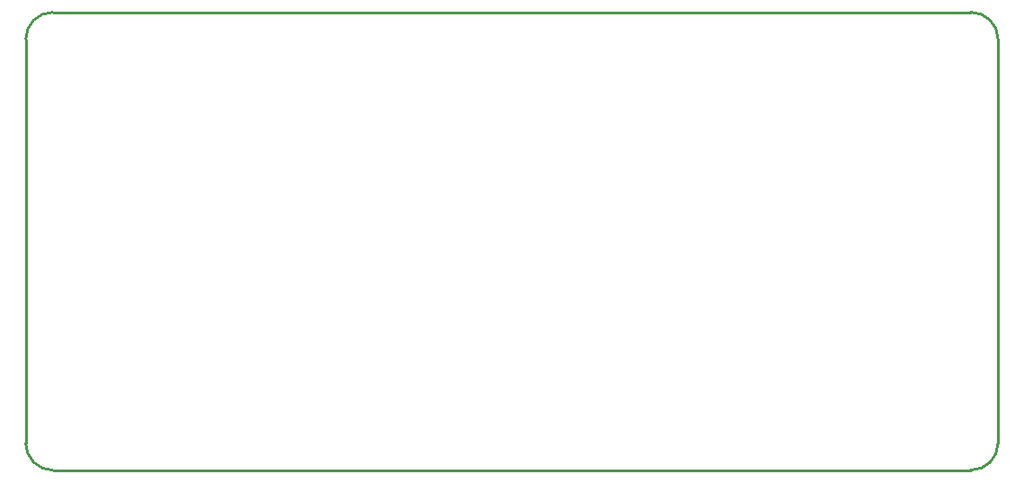
<source format=gko>
%FSLAX24Y24*%
%MOIN*%
G70*
G01*
G75*
G04 Layer_Color=16711935*
%ADD10R,0.0512X0.0394*%
%ADD11R,0.0354X0.0315*%
%ADD12R,0.0315X0.0354*%
%ADD13R,0.0394X0.0512*%
%ADD14O,0.0827X0.0276*%
%ADD15R,0.0790X0.0980*%
%ADD16R,0.0200X0.0940*%
%ADD17R,0.1350X0.1850*%
%ADD18R,0.0532X0.0846*%
%ADD19R,0.0394X0.0945*%
%ADD20R,0.2185X0.2677*%
%ADD21O,0.0827X0.0118*%
%ADD22O,0.0118X0.0827*%
%ADD23R,0.1378X0.0787*%
%ADD24R,0.0571X0.0236*%
%ADD25R,0.1575X0.1181*%
%ADD26R,0.0453X0.0236*%
%ADD27R,0.0236X0.0453*%
%ADD28R,0.0551X0.0433*%
%ADD29R,0.0433X0.0551*%
%ADD30R,0.2200X0.0830*%
%ADD31R,0.0984X0.1575*%
%ADD32C,0.0400*%
%ADD33C,0.0200*%
%ADD34C,0.0500*%
%ADD35C,0.0080*%
%ADD36C,0.0120*%
%ADD37C,0.0800*%
%ADD38C,0.0250*%
%ADD39C,0.0591*%
%ADD40R,0.0591X0.0591*%
%ADD41R,0.0591X0.0591*%
%ADD42C,0.2000*%
%ADD43C,0.0984*%
%ADD44R,0.0394X0.0394*%
%ADD45C,0.0394*%
%ADD46C,0.0320*%
%ADD47C,0.0098*%
%ADD48C,0.0236*%
%ADD49C,0.0079*%
%ADD50C,0.0100*%
%ADD51R,0.0472X0.0354*%
%ADD52R,0.0314X0.0275*%
%ADD53R,0.0275X0.0314*%
%ADD54R,0.0354X0.0472*%
%ADD55O,0.0787X0.0236*%
%ADD56R,0.0750X0.0940*%
%ADD57R,0.0160X0.0900*%
%ADD58R,0.1310X0.1810*%
%ADD59R,0.0492X0.0806*%
%ADD60R,0.0354X0.0905*%
%ADD61R,0.2145X0.2637*%
%ADD62O,0.0787X0.0078*%
%ADD63O,0.0078X0.0787*%
%ADD64R,0.1338X0.0747*%
%ADD65R,0.0531X0.0196*%
%ADD66R,0.1535X0.1141*%
%ADD67R,0.0413X0.0196*%
%ADD68R,0.0196X0.0413*%
%ADD69R,0.0511X0.0393*%
%ADD70R,0.0393X0.0511*%
%ADD71R,0.2160X0.0790*%
%ADD72R,0.0944X0.1535*%
%ADD73R,0.0592X0.0474*%
%ADD74R,0.0434X0.0395*%
%ADD75R,0.0395X0.0434*%
%ADD76R,0.0474X0.0592*%
%ADD77O,0.0907X0.0356*%
%ADD78R,0.0910X0.1100*%
%ADD79R,0.0320X0.1060*%
%ADD80R,0.1430X0.1930*%
%ADD81R,0.0612X0.0926*%
%ADD82R,0.0474X0.1025*%
%ADD83R,0.2265X0.2757*%
%ADD84R,0.1458X0.0867*%
%ADD85R,0.0651X0.0316*%
%ADD86R,0.1655X0.1261*%
%ADD87R,0.0533X0.0316*%
%ADD88R,0.0316X0.0533*%
%ADD89R,0.0631X0.0513*%
%ADD90R,0.0513X0.0631*%
%ADD91R,0.2280X0.0910*%
%ADD92R,0.1064X0.1655*%
%ADD93C,0.0671*%
%ADD94R,0.0671X0.0671*%
%ADD95R,0.0671X0.0671*%
%ADD96C,0.0500*%
%ADD97C,0.2080*%
%ADD98C,0.1064*%
%ADD99R,0.0514X0.0514*%
%ADD100C,0.0514*%
%ADD101C,0.0400*%
D50*
X13880Y48630D02*
G03*
X12880Y47630I0J-1000D01*
G01*
Y32630D02*
G03*
X13880Y31630I1000J0D01*
G01*
X48930Y47630D02*
G03*
X47930Y48630I-1000J0D01*
G01*
Y31630D02*
G03*
X48930Y32630I0J1000D01*
G01*
Y39770D02*
Y41690D01*
X13880Y48630D02*
X19420D01*
X12880Y32630D02*
Y47630D01*
X48930Y41690D02*
Y47630D01*
X19420Y48630D02*
X47930D01*
X48930Y32630D02*
Y39770D01*
X13880Y31630D02*
X47930D01*
M02*

</source>
